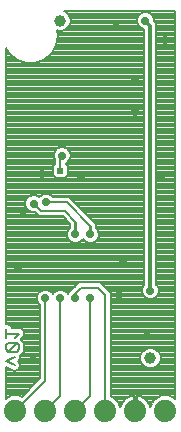
<source format=gbl>
G75*
%MOIN*%
%OFA0B0*%
%FSLAX25Y25*%
%IPPOS*%
%LPD*%
%AMOC8*
5,1,8,0,0,1.08239X$1,22.5*
%
%ADD10C,0.00800*%
%ADD11C,0.07400*%
%ADD12C,0.03937*%
%ADD13R,0.02000X0.02000*%
%ADD14C,0.02900*%
%ADD15C,0.01200*%
%ADD16C,0.00900*%
D10*
X0175133Y0059012D02*
X0175133Y0069527D01*
X0177898Y0068145D01*
X0179312Y0068616D01*
X0179979Y0069950D01*
X0179508Y0071365D01*
X0179258Y0071489D01*
X0179508Y0071614D01*
X0179979Y0073029D01*
X0179859Y0073269D01*
X0180182Y0073593D01*
X0180183Y0073593D01*
X0181237Y0074647D01*
X0181237Y0076048D01*
X0181237Y0076138D01*
X0181237Y0076138D01*
X0181237Y0077540D01*
X0181224Y0077552D01*
X0180183Y0078594D01*
X0180182Y0078594D01*
X0180031Y0078746D01*
X0180182Y0078897D01*
X0180183Y0078897D01*
X0181237Y0079952D01*
X0181237Y0081443D01*
X0180183Y0082497D01*
X0177033Y0082497D01*
X0177033Y0082844D01*
X0175979Y0083898D01*
X0175133Y0083898D01*
X0175133Y0176003D01*
X0176255Y0174060D01*
X0178713Y0171998D01*
X0181729Y0170900D01*
X0184938Y0170900D01*
X0187954Y0171998D01*
X0190412Y0174060D01*
X0190412Y0174060D01*
X0190412Y0174060D01*
X0192016Y0176840D01*
X0192574Y0180000D01*
X0192256Y0181800D01*
X0192663Y0181631D01*
X0194003Y0181631D01*
X0195241Y0182144D01*
X0196189Y0183092D01*
X0196702Y0184330D01*
X0196702Y0185670D01*
X0196189Y0186908D01*
X0195241Y0187856D01*
X0194410Y0188200D01*
X0231533Y0188200D01*
X0231533Y0059012D01*
X0231222Y0059324D01*
X0229348Y0060100D01*
X0227319Y0060100D01*
X0225444Y0059324D01*
X0224010Y0057889D01*
X0223308Y0056194D01*
X0223308Y0056194D01*
X0223060Y0056958D01*
X0222695Y0057673D01*
X0222223Y0058322D01*
X0221656Y0058890D01*
X0221006Y0059362D01*
X0220291Y0059726D01*
X0219528Y0059974D01*
X0218735Y0060100D01*
X0218733Y0060100D01*
X0218733Y0055400D01*
X0217933Y0055400D01*
X0217933Y0060100D01*
X0217932Y0060100D01*
X0217139Y0059974D01*
X0216376Y0059726D01*
X0215660Y0059362D01*
X0215011Y0058890D01*
X0214443Y0058322D01*
X0213971Y0057673D01*
X0213607Y0056958D01*
X0213359Y0056194D01*
X0212657Y0057889D01*
X0211222Y0059324D01*
X0210133Y0059775D01*
X0210133Y0094246D01*
X0207633Y0096746D01*
X0206579Y0097800D01*
X0199588Y0097800D01*
X0197588Y0095800D01*
X0196533Y0094746D01*
X0196533Y0094730D01*
X0195917Y0094114D01*
X0195833Y0093912D01*
X0195749Y0094114D01*
X0194948Y0094916D01*
X0193900Y0095350D01*
X0192766Y0095350D01*
X0191719Y0094916D01*
X0190917Y0094114D01*
X0190833Y0093912D01*
X0190749Y0094114D01*
X0189948Y0094916D01*
X0188900Y0095350D01*
X0187766Y0095350D01*
X0186719Y0094916D01*
X0185917Y0094114D01*
X0185483Y0093067D01*
X0185483Y0091933D01*
X0185917Y0090886D01*
X0186533Y0090270D01*
X0186533Y0065746D01*
X0180437Y0059649D01*
X0179348Y0060100D01*
X0177319Y0060100D01*
X0175444Y0059324D01*
X0175133Y0059012D01*
X0175133Y0059582D02*
X0176069Y0059582D01*
X0175133Y0060381D02*
X0181168Y0060381D01*
X0181967Y0061179D02*
X0175133Y0061179D01*
X0175133Y0061978D02*
X0182765Y0061978D01*
X0183564Y0062776D02*
X0175133Y0062776D01*
X0175133Y0063575D02*
X0184362Y0063575D01*
X0185161Y0064373D02*
X0175133Y0064373D01*
X0175133Y0065172D02*
X0185959Y0065172D01*
X0186533Y0065970D02*
X0175133Y0065970D01*
X0175133Y0066769D02*
X0186533Y0066769D01*
X0186533Y0067567D02*
X0175133Y0067567D01*
X0175133Y0068366D02*
X0177456Y0068366D01*
X0178560Y0068366D02*
X0186533Y0068366D01*
X0186533Y0069164D02*
X0179586Y0069164D01*
X0179975Y0069963D02*
X0186533Y0069963D01*
X0186533Y0070761D02*
X0179709Y0070761D01*
X0179399Y0071560D02*
X0186533Y0071560D01*
X0186533Y0072358D02*
X0179756Y0072358D01*
X0179915Y0073157D02*
X0186533Y0073157D01*
X0186533Y0073955D02*
X0180545Y0073955D01*
X0181237Y0074754D02*
X0186533Y0074754D01*
X0186533Y0075552D02*
X0181237Y0075552D01*
X0181237Y0076048D02*
X0181237Y0076048D01*
X0181237Y0076351D02*
X0186533Y0076351D01*
X0186533Y0077149D02*
X0181237Y0077149D01*
X0181237Y0077540D02*
X0181237Y0077540D01*
X0180829Y0077948D02*
X0186533Y0077948D01*
X0186533Y0078746D02*
X0180032Y0078746D01*
X0180830Y0079545D02*
X0186533Y0079545D01*
X0186533Y0080343D02*
X0181237Y0080343D01*
X0181237Y0081142D02*
X0186533Y0081142D01*
X0186533Y0081940D02*
X0180739Y0081940D01*
X0179437Y0080697D02*
X0175233Y0080697D01*
X0175233Y0079296D02*
X0175233Y0082098D01*
X0176340Y0083537D02*
X0186533Y0083537D01*
X0186533Y0082739D02*
X0177033Y0082739D01*
X0175133Y0084336D02*
X0186533Y0084336D01*
X0186533Y0085134D02*
X0175133Y0085134D01*
X0175133Y0085933D02*
X0186533Y0085933D01*
X0186533Y0086732D02*
X0175133Y0086732D01*
X0175133Y0087530D02*
X0186533Y0087530D01*
X0186533Y0088329D02*
X0175133Y0088329D01*
X0175133Y0089127D02*
X0186533Y0089127D01*
X0186533Y0089926D02*
X0175133Y0089926D01*
X0175133Y0090724D02*
X0186079Y0090724D01*
X0185653Y0091523D02*
X0175133Y0091523D01*
X0175133Y0092321D02*
X0185483Y0092321D01*
X0185505Y0093120D02*
X0175133Y0093120D01*
X0175133Y0093918D02*
X0185836Y0093918D01*
X0186519Y0094717D02*
X0175133Y0094717D01*
X0175133Y0095515D02*
X0197303Y0095515D01*
X0196519Y0094717D02*
X0195147Y0094717D01*
X0195831Y0093918D02*
X0195836Y0093918D01*
X0198333Y0094000D02*
X0198333Y0092500D01*
X0198333Y0094000D02*
X0200333Y0096000D01*
X0205833Y0096000D01*
X0208333Y0093500D01*
X0208333Y0055000D01*
X0211762Y0058784D02*
X0214904Y0058784D01*
X0214198Y0057985D02*
X0212561Y0057985D01*
X0212948Y0057187D02*
X0213724Y0057187D01*
X0213422Y0056388D02*
X0213279Y0056388D01*
X0213359Y0056194D02*
X0213359Y0056194D01*
X0216093Y0059582D02*
X0210598Y0059582D01*
X0210133Y0060381D02*
X0231533Y0060381D01*
X0231533Y0061179D02*
X0210133Y0061179D01*
X0210133Y0061978D02*
X0231533Y0061978D01*
X0231533Y0062776D02*
X0210133Y0062776D01*
X0210133Y0063575D02*
X0231533Y0063575D01*
X0231533Y0064373D02*
X0210133Y0064373D01*
X0210133Y0065172D02*
X0231533Y0065172D01*
X0231533Y0065970D02*
X0210133Y0065970D01*
X0210133Y0066769D02*
X0231533Y0066769D01*
X0231533Y0067567D02*
X0210133Y0067567D01*
X0210133Y0068366D02*
X0231533Y0068366D01*
X0231533Y0069164D02*
X0224082Y0069164D01*
X0224003Y0069131D02*
X0225241Y0069644D01*
X0226189Y0070592D01*
X0226702Y0071830D01*
X0226702Y0073170D01*
X0226189Y0074408D01*
X0225241Y0075356D01*
X0224003Y0075868D01*
X0222663Y0075868D01*
X0221425Y0075356D01*
X0220478Y0074408D01*
X0219965Y0073170D01*
X0219965Y0071830D01*
X0220478Y0070592D01*
X0221425Y0069644D01*
X0222663Y0069131D01*
X0224003Y0069131D01*
X0222584Y0069164D02*
X0210133Y0069164D01*
X0210133Y0069963D02*
X0221107Y0069963D01*
X0220407Y0070761D02*
X0210133Y0070761D01*
X0210133Y0071560D02*
X0220077Y0071560D01*
X0219965Y0072358D02*
X0210133Y0072358D01*
X0210133Y0073157D02*
X0219965Y0073157D01*
X0220290Y0073955D02*
X0210133Y0073955D01*
X0210133Y0074754D02*
X0220823Y0074754D01*
X0221900Y0075552D02*
X0210133Y0075552D01*
X0210133Y0076351D02*
X0231533Y0076351D01*
X0231533Y0077149D02*
X0210133Y0077149D01*
X0210133Y0077948D02*
X0231533Y0077948D01*
X0231533Y0078746D02*
X0210133Y0078746D01*
X0210133Y0079545D02*
X0231533Y0079545D01*
X0231533Y0080343D02*
X0210133Y0080343D01*
X0210133Y0081142D02*
X0231533Y0081142D01*
X0231533Y0081940D02*
X0210133Y0081940D01*
X0210133Y0082739D02*
X0231533Y0082739D01*
X0231533Y0083537D02*
X0210133Y0083537D01*
X0210133Y0084336D02*
X0231533Y0084336D01*
X0231533Y0085134D02*
X0210133Y0085134D01*
X0210133Y0085933D02*
X0231533Y0085933D01*
X0231533Y0086732D02*
X0210133Y0086732D01*
X0210133Y0087530D02*
X0231533Y0087530D01*
X0231533Y0088329D02*
X0210133Y0088329D01*
X0210133Y0089127D02*
X0231533Y0089127D01*
X0231533Y0089926D02*
X0210133Y0089926D01*
X0210133Y0090724D02*
X0231533Y0090724D01*
X0231533Y0091523D02*
X0210133Y0091523D01*
X0210133Y0092321D02*
X0222353Y0092321D01*
X0222766Y0092150D02*
X0223900Y0092150D01*
X0224948Y0092584D01*
X0225749Y0093386D01*
X0226183Y0094433D01*
X0226183Y0095567D01*
X0225749Y0096614D01*
X0225333Y0097030D01*
X0225333Y0184175D01*
X0224530Y0184978D01*
X0224530Y0185567D01*
X0224096Y0186614D01*
X0223294Y0187416D01*
X0222247Y0187850D01*
X0221113Y0187850D01*
X0220065Y0187416D01*
X0219264Y0186614D01*
X0218830Y0185567D01*
X0218830Y0184433D01*
X0219264Y0183386D01*
X0220065Y0182584D01*
X0221113Y0182150D01*
X0221333Y0182150D01*
X0221333Y0097030D01*
X0220917Y0096614D01*
X0220483Y0095567D01*
X0220483Y0094433D01*
X0220917Y0093386D01*
X0221719Y0092584D01*
X0222766Y0092150D01*
X0224313Y0092321D02*
X0231533Y0092321D01*
X0231533Y0093120D02*
X0225483Y0093120D01*
X0225970Y0093918D02*
X0231533Y0093918D01*
X0231533Y0094717D02*
X0226183Y0094717D01*
X0226183Y0095515D02*
X0231533Y0095515D01*
X0231533Y0096314D02*
X0225874Y0096314D01*
X0225333Y0097112D02*
X0231533Y0097112D01*
X0231533Y0097911D02*
X0225333Y0097911D01*
X0225333Y0098709D02*
X0231533Y0098709D01*
X0231533Y0099508D02*
X0225333Y0099508D01*
X0225333Y0100306D02*
X0231533Y0100306D01*
X0231533Y0101105D02*
X0225333Y0101105D01*
X0225333Y0101903D02*
X0231533Y0101903D01*
X0231533Y0102702D02*
X0225333Y0102702D01*
X0225333Y0103500D02*
X0231533Y0103500D01*
X0231533Y0104299D02*
X0225333Y0104299D01*
X0225333Y0105097D02*
X0231533Y0105097D01*
X0231533Y0105896D02*
X0225333Y0105896D01*
X0225333Y0106694D02*
X0231533Y0106694D01*
X0231533Y0107493D02*
X0225333Y0107493D01*
X0225333Y0108291D02*
X0231533Y0108291D01*
X0231533Y0109090D02*
X0225333Y0109090D01*
X0225333Y0109888D02*
X0231533Y0109888D01*
X0231533Y0110687D02*
X0225333Y0110687D01*
X0225333Y0111485D02*
X0231533Y0111485D01*
X0231533Y0112284D02*
X0225333Y0112284D01*
X0225333Y0113082D02*
X0231533Y0113082D01*
X0231533Y0113881D02*
X0225333Y0113881D01*
X0225333Y0114679D02*
X0231533Y0114679D01*
X0231533Y0115478D02*
X0225333Y0115478D01*
X0225333Y0116276D02*
X0231533Y0116276D01*
X0231533Y0117075D02*
X0225333Y0117075D01*
X0225333Y0117873D02*
X0231533Y0117873D01*
X0231533Y0118672D02*
X0225333Y0118672D01*
X0225333Y0119470D02*
X0231533Y0119470D01*
X0231533Y0120269D02*
X0225333Y0120269D01*
X0225333Y0121068D02*
X0231533Y0121068D01*
X0231533Y0121866D02*
X0225333Y0121866D01*
X0225333Y0122665D02*
X0231533Y0122665D01*
X0231533Y0123463D02*
X0225333Y0123463D01*
X0225333Y0124262D02*
X0231533Y0124262D01*
X0231533Y0125060D02*
X0225333Y0125060D01*
X0225333Y0125859D02*
X0231533Y0125859D01*
X0231533Y0126657D02*
X0225333Y0126657D01*
X0225333Y0127456D02*
X0231533Y0127456D01*
X0231533Y0128254D02*
X0225333Y0128254D01*
X0225333Y0129053D02*
X0231533Y0129053D01*
X0231533Y0129851D02*
X0225333Y0129851D01*
X0225333Y0130650D02*
X0231533Y0130650D01*
X0231533Y0131448D02*
X0225333Y0131448D01*
X0225333Y0132247D02*
X0231533Y0132247D01*
X0231533Y0133045D02*
X0225333Y0133045D01*
X0225333Y0133844D02*
X0231533Y0133844D01*
X0231533Y0134642D02*
X0225333Y0134642D01*
X0225333Y0135441D02*
X0231533Y0135441D01*
X0231533Y0136239D02*
X0225333Y0136239D01*
X0225333Y0137038D02*
X0231533Y0137038D01*
X0231533Y0137836D02*
X0225333Y0137836D01*
X0225333Y0138635D02*
X0231533Y0138635D01*
X0231533Y0139433D02*
X0225333Y0139433D01*
X0225333Y0140232D02*
X0231533Y0140232D01*
X0231533Y0141030D02*
X0225333Y0141030D01*
X0225333Y0141829D02*
X0231533Y0141829D01*
X0231533Y0142627D02*
X0225333Y0142627D01*
X0225333Y0143426D02*
X0231533Y0143426D01*
X0231533Y0144224D02*
X0225333Y0144224D01*
X0225333Y0145023D02*
X0231533Y0145023D01*
X0231533Y0145821D02*
X0225333Y0145821D01*
X0225333Y0146620D02*
X0231533Y0146620D01*
X0231533Y0147418D02*
X0225333Y0147418D01*
X0225333Y0148217D02*
X0231533Y0148217D01*
X0231533Y0149015D02*
X0225333Y0149015D01*
X0225333Y0149814D02*
X0231533Y0149814D01*
X0231533Y0150612D02*
X0225333Y0150612D01*
X0225333Y0151411D02*
X0231533Y0151411D01*
X0231533Y0152209D02*
X0225333Y0152209D01*
X0225333Y0153008D02*
X0231533Y0153008D01*
X0231533Y0153806D02*
X0225333Y0153806D01*
X0225333Y0154605D02*
X0231533Y0154605D01*
X0231533Y0155403D02*
X0225333Y0155403D01*
X0225333Y0156202D02*
X0231533Y0156202D01*
X0231533Y0157001D02*
X0225333Y0157001D01*
X0225333Y0157799D02*
X0231533Y0157799D01*
X0231533Y0158598D02*
X0225333Y0158598D01*
X0225333Y0159396D02*
X0231533Y0159396D01*
X0231533Y0160195D02*
X0225333Y0160195D01*
X0225333Y0160993D02*
X0231533Y0160993D01*
X0231533Y0161792D02*
X0225333Y0161792D01*
X0225333Y0162590D02*
X0231533Y0162590D01*
X0231533Y0163389D02*
X0225333Y0163389D01*
X0225333Y0164187D02*
X0231533Y0164187D01*
X0231533Y0164986D02*
X0225333Y0164986D01*
X0225333Y0165784D02*
X0231533Y0165784D01*
X0231533Y0166583D02*
X0225333Y0166583D01*
X0225333Y0167381D02*
X0231533Y0167381D01*
X0231533Y0168180D02*
X0225333Y0168180D01*
X0225333Y0168978D02*
X0231533Y0168978D01*
X0231533Y0169777D02*
X0225333Y0169777D01*
X0225333Y0170575D02*
X0231533Y0170575D01*
X0231533Y0171374D02*
X0225333Y0171374D01*
X0225333Y0172172D02*
X0231533Y0172172D01*
X0231533Y0172971D02*
X0225333Y0172971D01*
X0225333Y0173769D02*
X0231533Y0173769D01*
X0231533Y0174568D02*
X0225333Y0174568D01*
X0225333Y0175366D02*
X0231533Y0175366D01*
X0231533Y0176165D02*
X0225333Y0176165D01*
X0225333Y0176963D02*
X0231533Y0176963D01*
X0231533Y0177762D02*
X0225333Y0177762D01*
X0225333Y0178560D02*
X0231533Y0178560D01*
X0231533Y0179359D02*
X0225333Y0179359D01*
X0225333Y0180157D02*
X0231533Y0180157D01*
X0231533Y0180956D02*
X0225333Y0180956D01*
X0225333Y0181754D02*
X0231533Y0181754D01*
X0231533Y0182553D02*
X0225333Y0182553D01*
X0225333Y0183351D02*
X0231533Y0183351D01*
X0231533Y0184150D02*
X0225333Y0184150D01*
X0224560Y0184948D02*
X0231533Y0184948D01*
X0231533Y0185747D02*
X0224455Y0185747D01*
X0224124Y0186545D02*
X0231533Y0186545D01*
X0231533Y0187344D02*
X0223366Y0187344D01*
X0219993Y0187344D02*
X0195753Y0187344D01*
X0196339Y0186545D02*
X0219235Y0186545D01*
X0218904Y0185747D02*
X0196670Y0185747D01*
X0196702Y0184948D02*
X0218830Y0184948D01*
X0218947Y0184150D02*
X0196627Y0184150D01*
X0196296Y0183351D02*
X0219298Y0183351D01*
X0220140Y0182553D02*
X0195650Y0182553D01*
X0194300Y0181754D02*
X0221333Y0181754D01*
X0221333Y0180956D02*
X0192405Y0180956D01*
X0192367Y0181754D02*
X0192264Y0181754D01*
X0192546Y0180157D02*
X0221333Y0180157D01*
X0221333Y0179359D02*
X0192461Y0179359D01*
X0192574Y0180000D02*
X0192574Y0180000D01*
X0192320Y0178560D02*
X0221333Y0178560D01*
X0221333Y0177762D02*
X0192179Y0177762D01*
X0192038Y0176963D02*
X0221333Y0176963D01*
X0221333Y0176165D02*
X0191627Y0176165D01*
X0192016Y0176840D02*
X0192016Y0176840D01*
X0191166Y0175366D02*
X0221333Y0175366D01*
X0221333Y0174568D02*
X0190705Y0174568D01*
X0190065Y0173769D02*
X0221333Y0173769D01*
X0221333Y0172971D02*
X0189113Y0172971D01*
X0188162Y0172172D02*
X0221333Y0172172D01*
X0221333Y0171374D02*
X0186239Y0171374D01*
X0187954Y0171998D02*
X0187954Y0171998D01*
X0180427Y0171374D02*
X0175133Y0171374D01*
X0175133Y0172172D02*
X0178505Y0172172D01*
X0178713Y0171998D02*
X0178713Y0171998D01*
X0177553Y0172971D02*
X0175133Y0172971D01*
X0175133Y0173769D02*
X0176602Y0173769D01*
X0176255Y0174060D02*
X0176255Y0174060D01*
X0175962Y0174568D02*
X0175133Y0174568D01*
X0175133Y0175366D02*
X0175501Y0175366D01*
X0175133Y0170575D02*
X0221333Y0170575D01*
X0221333Y0169777D02*
X0175133Y0169777D01*
X0175133Y0168978D02*
X0221333Y0168978D01*
X0221333Y0168180D02*
X0175133Y0168180D01*
X0175133Y0167381D02*
X0221333Y0167381D01*
X0221333Y0166583D02*
X0175133Y0166583D01*
X0175133Y0165784D02*
X0221333Y0165784D01*
X0221333Y0164986D02*
X0175133Y0164986D01*
X0175133Y0164187D02*
X0221333Y0164187D01*
X0221333Y0163389D02*
X0175133Y0163389D01*
X0175133Y0162590D02*
X0221333Y0162590D01*
X0221333Y0161792D02*
X0175133Y0161792D01*
X0175133Y0160993D02*
X0221333Y0160993D01*
X0221333Y0160195D02*
X0175133Y0160195D01*
X0175133Y0159396D02*
X0221333Y0159396D01*
X0221333Y0158598D02*
X0175133Y0158598D01*
X0175133Y0157799D02*
X0221333Y0157799D01*
X0221333Y0157001D02*
X0175133Y0157001D01*
X0175133Y0156202D02*
X0221333Y0156202D01*
X0221333Y0155403D02*
X0175133Y0155403D01*
X0175133Y0154605D02*
X0221333Y0154605D01*
X0221333Y0153806D02*
X0175133Y0153806D01*
X0175133Y0153008D02*
X0221333Y0153008D01*
X0221333Y0152209D02*
X0175133Y0152209D01*
X0175133Y0151411D02*
X0221333Y0151411D01*
X0221333Y0150612D02*
X0175133Y0150612D01*
X0175133Y0149814D02*
X0221333Y0149814D01*
X0221333Y0149015D02*
X0175133Y0149015D01*
X0175133Y0148217D02*
X0221333Y0148217D01*
X0221333Y0147418D02*
X0175133Y0147418D01*
X0175133Y0146620D02*
X0221333Y0146620D01*
X0221333Y0145821D02*
X0175133Y0145821D01*
X0175133Y0145023D02*
X0221333Y0145023D01*
X0221333Y0144224D02*
X0175133Y0144224D01*
X0175133Y0143426D02*
X0221333Y0143426D01*
X0221333Y0142627D02*
X0194989Y0142627D01*
X0195499Y0142416D02*
X0194451Y0142850D01*
X0193318Y0142850D01*
X0192270Y0142416D01*
X0191468Y0141614D01*
X0191035Y0140567D01*
X0191035Y0139433D01*
X0191468Y0138386D01*
X0191533Y0138321D01*
X0191533Y0137180D01*
X0190933Y0136580D01*
X0190933Y0133420D01*
X0191753Y0132600D01*
X0194913Y0132600D01*
X0195733Y0133420D01*
X0195733Y0136580D01*
X0195133Y0137180D01*
X0195133Y0137432D01*
X0195499Y0137584D01*
X0196301Y0138386D01*
X0196734Y0139433D01*
X0196734Y0140567D01*
X0196301Y0141614D01*
X0195499Y0142416D01*
X0196086Y0141829D02*
X0221333Y0141829D01*
X0221333Y0141030D02*
X0196543Y0141030D01*
X0196734Y0140232D02*
X0221333Y0140232D01*
X0221333Y0139433D02*
X0196734Y0139433D01*
X0196404Y0138635D02*
X0221333Y0138635D01*
X0221333Y0137836D02*
X0195751Y0137836D01*
X0195275Y0137038D02*
X0221333Y0137038D01*
X0221333Y0136239D02*
X0195733Y0136239D01*
X0195733Y0135441D02*
X0221333Y0135441D01*
X0221333Y0134642D02*
X0195733Y0134642D01*
X0195733Y0133844D02*
X0221333Y0133844D01*
X0221333Y0133045D02*
X0195358Y0133045D01*
X0193333Y0135000D02*
X0193333Y0139449D01*
X0193885Y0140000D01*
X0192780Y0142627D02*
X0175133Y0142627D01*
X0175133Y0141829D02*
X0191683Y0141829D01*
X0191226Y0141030D02*
X0175133Y0141030D01*
X0175133Y0140232D02*
X0191035Y0140232D01*
X0191035Y0139433D02*
X0175133Y0139433D01*
X0175133Y0138635D02*
X0191365Y0138635D01*
X0191533Y0137836D02*
X0175133Y0137836D01*
X0175133Y0137038D02*
X0191391Y0137038D01*
X0190933Y0136239D02*
X0175133Y0136239D01*
X0175133Y0135441D02*
X0190933Y0135441D01*
X0190933Y0134642D02*
X0175133Y0134642D01*
X0175133Y0133844D02*
X0190933Y0133844D01*
X0191308Y0133045D02*
X0175133Y0133045D01*
X0175133Y0132247D02*
X0221333Y0132247D01*
X0221333Y0131448D02*
X0175133Y0131448D01*
X0175133Y0130650D02*
X0221333Y0130650D01*
X0221333Y0129851D02*
X0175133Y0129851D01*
X0175133Y0129053D02*
X0221333Y0129053D01*
X0221333Y0128254D02*
X0175133Y0128254D01*
X0175133Y0127456D02*
X0221333Y0127456D01*
X0221333Y0126657D02*
X0190407Y0126657D01*
X0190248Y0126816D02*
X0189200Y0127250D01*
X0188066Y0127250D01*
X0187019Y0126816D01*
X0186334Y0126132D01*
X0186050Y0126416D01*
X0185003Y0126850D01*
X0183869Y0126850D01*
X0182821Y0126416D01*
X0182020Y0125614D01*
X0181586Y0124567D01*
X0181586Y0123433D01*
X0182020Y0122386D01*
X0182821Y0121584D01*
X0183869Y0121150D01*
X0184740Y0121150D01*
X0186190Y0119700D01*
X0194088Y0119700D01*
X0196483Y0117304D01*
X0196483Y0115880D01*
X0195917Y0115314D01*
X0195483Y0114267D01*
X0195483Y0113133D01*
X0195917Y0112086D01*
X0196719Y0111284D01*
X0197766Y0110850D01*
X0198900Y0110850D01*
X0199948Y0111284D01*
X0200749Y0112086D01*
X0200833Y0112288D01*
X0200917Y0112086D01*
X0201719Y0111284D01*
X0202766Y0110850D01*
X0203900Y0110850D01*
X0204948Y0111284D01*
X0205749Y0112086D01*
X0206183Y0113133D01*
X0206183Y0114267D01*
X0205749Y0115314D01*
X0205183Y0115880D01*
X0205183Y0117266D01*
X0204100Y0118350D01*
X0204029Y0118350D01*
X0196179Y0126200D01*
X0190864Y0126200D01*
X0190248Y0126816D01*
X0188633Y0124400D02*
X0195433Y0124400D01*
X0203333Y0116500D01*
X0204576Y0117873D02*
X0221333Y0117873D01*
X0221333Y0117075D02*
X0205183Y0117075D01*
X0205183Y0116276D02*
X0221333Y0116276D01*
X0221333Y0115478D02*
X0205586Y0115478D01*
X0206012Y0114679D02*
X0221333Y0114679D01*
X0221333Y0113881D02*
X0206183Y0113881D01*
X0206162Y0113082D02*
X0221333Y0113082D01*
X0221333Y0112284D02*
X0205832Y0112284D01*
X0205149Y0111485D02*
X0221333Y0111485D01*
X0221333Y0110687D02*
X0175133Y0110687D01*
X0175133Y0111485D02*
X0196517Y0111485D01*
X0195835Y0112284D02*
X0175133Y0112284D01*
X0175133Y0113082D02*
X0195504Y0113082D01*
X0195483Y0113881D02*
X0175133Y0113881D01*
X0175133Y0114679D02*
X0195654Y0114679D01*
X0196081Y0115478D02*
X0175133Y0115478D01*
X0175133Y0116276D02*
X0196483Y0116276D01*
X0196483Y0117075D02*
X0175133Y0117075D01*
X0175133Y0117873D02*
X0195914Y0117873D01*
X0195116Y0118672D02*
X0175133Y0118672D01*
X0175133Y0119470D02*
X0194317Y0119470D01*
X0194833Y0121500D02*
X0198333Y0118000D01*
X0201311Y0121068D02*
X0221333Y0121068D01*
X0221333Y0121866D02*
X0200513Y0121866D01*
X0199714Y0122665D02*
X0221333Y0122665D01*
X0221333Y0123463D02*
X0198916Y0123463D01*
X0198117Y0124262D02*
X0221333Y0124262D01*
X0221333Y0125060D02*
X0197319Y0125060D01*
X0196520Y0125859D02*
X0221333Y0125859D01*
X0221333Y0120269D02*
X0202110Y0120269D01*
X0202908Y0119470D02*
X0221333Y0119470D01*
X0221333Y0118672D02*
X0203707Y0118672D01*
X0200835Y0112284D02*
X0200832Y0112284D01*
X0200149Y0111485D02*
X0201517Y0111485D01*
X0194833Y0121500D02*
X0186936Y0121500D01*
X0184436Y0124000D01*
X0181790Y0125060D02*
X0175133Y0125060D01*
X0175133Y0124262D02*
X0181586Y0124262D01*
X0181586Y0123463D02*
X0175133Y0123463D01*
X0175133Y0122665D02*
X0181904Y0122665D01*
X0182539Y0121866D02*
X0175133Y0121866D01*
X0175133Y0121068D02*
X0184823Y0121068D01*
X0185621Y0120269D02*
X0175133Y0120269D01*
X0175133Y0125859D02*
X0182264Y0125859D01*
X0183403Y0126657D02*
X0175133Y0126657D01*
X0185468Y0126657D02*
X0186860Y0126657D01*
X0175133Y0109888D02*
X0221333Y0109888D01*
X0221333Y0109090D02*
X0175133Y0109090D01*
X0175133Y0108291D02*
X0221333Y0108291D01*
X0221333Y0107493D02*
X0175133Y0107493D01*
X0175133Y0106694D02*
X0221333Y0106694D01*
X0221333Y0105896D02*
X0175133Y0105896D01*
X0175133Y0105097D02*
X0221333Y0105097D01*
X0221333Y0104299D02*
X0175133Y0104299D01*
X0175133Y0103500D02*
X0221333Y0103500D01*
X0221333Y0102702D02*
X0175133Y0102702D01*
X0175133Y0101903D02*
X0221333Y0101903D01*
X0221333Y0101105D02*
X0175133Y0101105D01*
X0175133Y0100306D02*
X0221333Y0100306D01*
X0221333Y0099508D02*
X0175133Y0099508D01*
X0175133Y0098709D02*
X0221333Y0098709D01*
X0221333Y0097911D02*
X0175133Y0097911D01*
X0175133Y0097112D02*
X0198900Y0097112D01*
X0198101Y0096314D02*
X0175133Y0096314D01*
X0188333Y0092500D02*
X0188333Y0065000D01*
X0178333Y0055000D01*
X0188333Y0055000D02*
X0193333Y0060000D01*
X0193333Y0092500D01*
X0191519Y0094717D02*
X0190147Y0094717D01*
X0190831Y0093918D02*
X0190836Y0093918D01*
X0203333Y0092500D02*
X0203333Y0060000D01*
X0198333Y0055000D01*
X0217933Y0055590D02*
X0218733Y0055590D01*
X0218733Y0056388D02*
X0217933Y0056388D01*
X0217933Y0057187D02*
X0218733Y0057187D01*
X0218733Y0057985D02*
X0217933Y0057985D01*
X0217933Y0058784D02*
X0218733Y0058784D01*
X0218733Y0059582D02*
X0217933Y0059582D01*
X0220574Y0059582D02*
X0226069Y0059582D01*
X0224904Y0058784D02*
X0221762Y0058784D01*
X0222468Y0057985D02*
X0224106Y0057985D01*
X0223719Y0057187D02*
X0222943Y0057187D01*
X0223245Y0056388D02*
X0223388Y0056388D01*
X0230598Y0059582D02*
X0231533Y0059582D01*
X0231533Y0069963D02*
X0225560Y0069963D01*
X0226259Y0070761D02*
X0231533Y0070761D01*
X0231533Y0071560D02*
X0226590Y0071560D01*
X0226702Y0072358D02*
X0231533Y0072358D01*
X0231533Y0073157D02*
X0226702Y0073157D01*
X0226377Y0073955D02*
X0231533Y0073955D01*
X0231533Y0074754D02*
X0225843Y0074754D01*
X0224767Y0075552D02*
X0231533Y0075552D01*
X0221183Y0093120D02*
X0210133Y0093120D01*
X0210133Y0093918D02*
X0220697Y0093918D01*
X0220483Y0094717D02*
X0209662Y0094717D01*
X0208864Y0095515D02*
X0220483Y0095515D01*
X0220793Y0096314D02*
X0208065Y0096314D01*
X0207267Y0097112D02*
X0221333Y0097112D01*
X0179437Y0080697D02*
X0178036Y0079296D01*
X0178736Y0077495D02*
X0175934Y0074692D01*
X0175233Y0075393D01*
X0175233Y0076794D01*
X0175934Y0077495D01*
X0178736Y0077495D01*
X0179437Y0076794D01*
X0179437Y0075393D01*
X0178736Y0074692D01*
X0175934Y0074692D01*
X0178036Y0072891D02*
X0175233Y0071489D01*
X0178036Y0070088D01*
X0175859Y0069164D02*
X0175133Y0069164D01*
X0194549Y0188142D02*
X0231533Y0188142D01*
D11*
X0228333Y0055000D03*
X0218333Y0055000D03*
X0208333Y0055000D03*
X0198333Y0055000D03*
X0188333Y0055000D03*
X0178333Y0055000D03*
D12*
X0223333Y0072500D03*
X0193333Y0185000D03*
D13*
X0193333Y0135000D03*
D14*
X0193885Y0140000D03*
X0200333Y0133000D03*
X0187333Y0134000D03*
X0188633Y0124400D03*
X0184436Y0124000D03*
X0180833Y0121500D03*
X0179333Y0103000D03*
X0188333Y0092500D03*
X0193333Y0092500D03*
X0198333Y0092500D03*
X0203333Y0092500D03*
X0212833Y0093500D03*
X0223333Y0095000D03*
X0214333Y0105000D03*
X0203333Y0113700D03*
X0198333Y0113700D03*
X0226833Y0132500D03*
X0218333Y0154500D03*
X0218333Y0165500D03*
X0228333Y0178500D03*
X0221680Y0185000D03*
X0211833Y0183000D03*
X0222333Y0080000D03*
X0184333Y0072000D03*
D15*
X0223333Y0095000D02*
X0223333Y0183346D01*
X0221680Y0185000D01*
D16*
X0198333Y0118000D02*
X0198333Y0113700D01*
X0203333Y0113700D02*
X0203333Y0116500D01*
M02*

</source>
